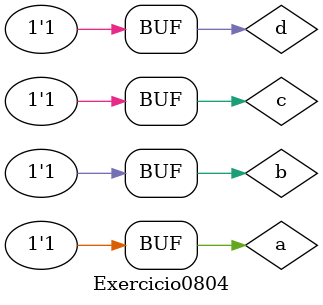
<source format=v>


 module circuito (s, a, b, c, d);
 output s;
 input  a, b, c, d;
 wire w0, w1, w2, w3, w4, w5;
 
 nand NAND1 (w0, b, b);
 nand NAND2 (w1, a, a);
 nand NAND3 (w2, d, d);
 nand NAND4 (w3, w0, c);
 nand NAND5 (w4, w1, c, d);
 nand NAND6 (w5, b, a, w2);
 nand NAND7 (s, w3, w4, w5);
   
 endmodule // circuito 

// ----------------------
// -- Exercicio0804
// ----------------------

 module Exercicio0804;
 reg   a, b, c, d;
 wire  s;
          // instancia
 circuito circuito04 (s, a, b, c,d);
 
          // parte principal
 initial begin
      $display("Exercicio0804");
      $display("Luiz Felipe Fonseca - 405817");
      $display("\na  b  c  d  =  s\n");
      $monitor("%b  %b  %b  %b  =  %b", a, b, c, d, s );   
	   a=0;b=0;c=0;d=0;
   #1 a=0;b=0;c=0;d=1;
   #1 a=0;b=0;c=1;d=0;
   #1 a=0;b=0;c=1;d=1;
   #1 a=0;b=1;c=0;d=0;
   #1 a=0;b=1;c=0;d=1;
   #1 a=0;b=1;c=1;d=0;
   #1 a=0;b=1;c=1;d=1;
   #1 a=1;b=0;c=0;d=0;
   #1 a=1;b=0;c=0;d=1;
   #1 a=1;b=0;c=1;d=0;
   #1 a=1;b=0;c=1;d=1;
   #1 a=1;b=1;c=0;d=0;
   #1 a=1;b=1;c=0;d=1;
   #1 a=1;b=1;c=1;d=0;
   #1 a=1;b=1;c=1;d=1;
     

 end

endmodule // Exercicio0804

</source>
